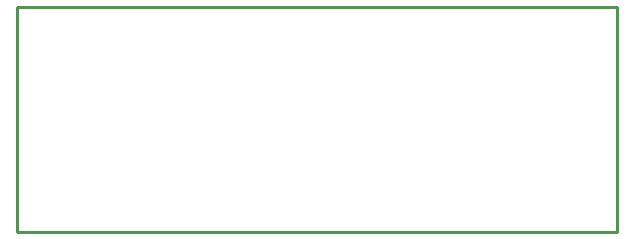
<source format=gbr>
G04 start of page 4 for group 2 idx 2 *
G04 Title: tdcs v3, outline *
G04 Creator: pcb 1.99z *
G04 CreationDate: Wed Aug  8 03:22:40 2012 UTC *
G04 For: nock *
G04 Format: Gerber/RS-274X *
G04 PCB-Dimensions (mil): 2000.00 750.00 *
G04 PCB-Coordinate-Origin: lower left *
%MOIN*%
%FSLAX25Y25*%
%LNOUTLINE*%
%ADD37C,0.0100*%
G54D37*X0Y75000D02*Y0D01*
Y75000D02*X200000D01*
X0Y0D02*X200000D01*
Y75000D02*Y0D01*
M02*

</source>
